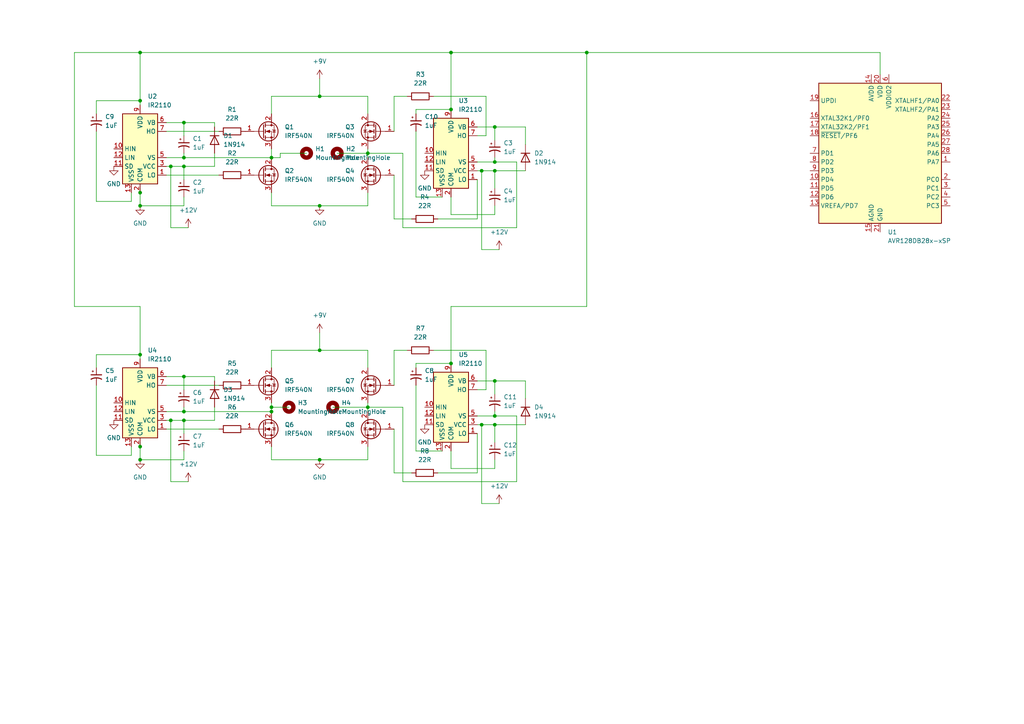
<source format=kicad_sch>
(kicad_sch (version 20231120) (generator "eeschema") (generator_version "8.0")
  (paper "A4")
  (lib_symbols
    (symbol "Device:C_Polarized_Small_US" (pin_numbers hide) (pin_names (offset 0.254) hide)
      (property "Reference" "C" (at 0.254 1.778 0))
      (property "Value" "C_Polarized_Small_US" (at 0.254 -2.032 0))
      (symbol "C_Polarized_Small_US_0_1"
        (polyline (pts (xy -1.524 0.508) (xy 1.524 0.508)) (stroke (width 0.3048)))
        (polyline (pts (xy -1.27 1.524) (xy -0.762 1.524)))
        (polyline (pts (xy -1.016 1.27) (xy -1.016 1.778)))
        (arc (start 1.524 -0.762) (mid 0 -0.3734) (end -1.524 -0.762) (stroke (width 0.3048)))
      )
      (symbol "C_Polarized_Small_US_1_1"
        (pin passive line (at 0 2.54 270) (length 2.032) (name "~") (number "1"))
        (pin passive line (at 0 -2.54 90) (length 2.032) (name "~") (number "2"))
      )
    )
    (symbol "Device:R" (pin_numbers hide) (pin_names (offset 0))
      (property "Reference" "R" (at 2.032 0 90))
      (property "Value" "R" (at 0 0 90))
      (symbol "R_0_1"
        (rectangle (start -1.016 -2.54) (end 1.016 2.54) (stroke (width 0.254)))
      )
      (symbol "R_1_1"
        (pin passive line (at 0 3.81 270) (length 1.27) (name "~") (number "1"))
        (pin passive line (at 0 -3.81 90) (length 1.27) (name "~") (number "2"))
      )
    )
    (symbol "Diode:1N914" (pin_numbers hide) (pin_names hide)
      (property "Reference" "D" (at 0 2.54 0))
      (property "Value" "1N914" (at 0 -2.54 0))
      (symbol "1N914_0_1"
        (polyline (pts (xy -1.27 1.27) (xy -1.27 -1.27)) (stroke (width 0.254)))
        (polyline (pts (xy 1.27 0) (xy -1.27 0)))
        (polyline (pts (xy 1.27 1.27) (xy 1.27 -1.27) (xy -1.27 0) (xy 1.27 1.27)) (stroke (width 0.254)))
      )
      (symbol "1N914_1_1"
        (pin passive line (at -3.81 0 0) (length 2.54) (name "K") (number "1"))
        (pin passive line (at 3.81 0 180) (length 2.54) (name "A") (number "2"))
      )
    )
    (symbol "Driver_FET:IR2110"
      (property "Reference" "U" (at 1.27 13.335 0))
      (property "Value" "IR2110" (at 1.27 11.43 0))
      (symbol "IR2110_0_1"
        (rectangle (start -5.08 -10.16) (end 5.08 10.16) (stroke (width 0.254)) (fill (type background)))
      )
      (symbol "IR2110_1_1"
        (pin output line (at 7.62 -7.62 180) (length 2.54) (name "LO") (number "1"))
        (pin input line (at -7.62 0 0) (length 2.54) (name "HIN") (number "10"))
        (pin input line (at -7.62 -5.08 0) (length 2.54) (name "SD") (number "11"))
        (pin input line (at -7.62 -2.54 0) (length 2.54) (name "LIN") (number "12"))
        (pin power_in line (at -2.54 -12.7 90) (length 2.54) (name "VSS") (number "13"))
        (pin no_connect line (at -5.08 2.54 0) (length 2.54) hide (name "NC") (number "14"))
        (pin power_in line (at 0 -12.7 90) (length 2.54) (name "COM") (number "2"))
        (pin power_in line (at 7.62 -5.08 180) (length 2.54) (name "VCC") (number "3"))
        (pin no_connect line (at -5.08 7.62 0) (length 2.54) hide (name "NC") (number "4"))
        (pin passive line (at 7.62 -2.54 180) (length 2.54) (name "VS") (number "5"))
        (pin passive line (at 7.62 7.62 180) (length 2.54) (name "VB") (number "6"))
        (pin output line (at 7.62 5.08 180) (length 2.54) (name "HO") (number "7"))
        (pin no_connect line (at -5.08 5.08 0) (length 2.54) hide (name "NC") (number "8"))
        (pin power_in line (at 0 12.7 270) (length 2.54) (name "VDD") (number "9"))
      )
    )
    (symbol "MCU_Microchip_AVR_Dx:AVR128DB28x-xSP"
      (property "Reference" "U" (at -17.78 21.59 0))
      (property "Value" "AVR128DB28x-xSP" (at 2.54 -21.59 0))
      (symbol "AVR128DB28x-xSP_0_1"
        (rectangle (start -17.78 20.32) (end 17.78 -20.32) (stroke (width 0.254)) (fill (type background)))
      )
      (symbol "AVR128DB28x-xSP_1_1"
        (pin bidirectional line (at 20.32 -2.54 180) (length 2.54) (name "PA7") (number "1"))
        (pin bidirectional line (at -20.32 -7.62 0) (length 2.54) (name "PD4") (number "10"))
        (pin bidirectional line (at -20.32 -10.16 0) (length 2.54) (name "PD5") (number "11"))
        (pin bidirectional line (at -20.32 -12.7 0) (length 2.54) (name "PD6") (number "12"))
        (pin bidirectional line (at -20.32 -15.24 0) (length 2.54) (name "VREFA/PD7") (number "13"))
        (pin power_in line (at -2.54 22.86 270) (length 2.54) (name "AVDD") (number "14"))
        (pin power_in line (at -2.54 -22.86 90) (length 2.54) (name "AGND") (number "15"))
        (pin bidirectional line (at -20.32 10.16 0) (length 2.54) (name "XTAL32K1/PF0") (number "16"))
        (pin bidirectional line (at -20.32 7.62 0) (length 2.54) (name "XTAL32K2/PF1") (number "17"))
        (pin bidirectional line (at -20.32 5.08 0) (length 2.54) (name "~{RESET}/PF6") (number "18"))
        (pin input line (at -20.32 15.24 0) (length 2.54) (name "UPDI") (number "19"))
        (pin bidirectional line (at 20.32 -7.62 180) (length 2.54) (name "PC0") (number "2"))
        (pin power_in line (at 0 22.86 270) (length 2.54) (name "VDD") (number "20"))
        (pin power_in line (at 0 -22.86 90) (length 2.54) (name "GND") (number "21"))
        (pin bidirectional line (at 20.32 15.24 180) (length 2.54) (name "XTALHF1/PA0") (number "22"))
        (pin bidirectional line (at 20.32 12.7 180) (length 2.54) (name "XTALHF2/PA1") (number "23"))
        (pin bidirectional line (at 20.32 10.16 180) (length 2.54) (name "PA2") (number "24"))
        (pin bidirectional line (at 20.32 7.62 180) (length 2.54) (name "PA3") (number "25"))
        (pin bidirectional line (at 20.32 5.08 180) (length 2.54) (name "PA4") (number "26"))
        (pin bidirectional line (at 20.32 2.54 180) (length 2.54) (name "PA5") (number "27"))
        (pin bidirectional line (at 20.32 0 180) (length 2.54) (name "PA6") (number "28"))
        (pin bidirectional line (at 20.32 -10.16 180) (length 2.54) (name "PC1") (number "3"))
        (pin bidirectional line (at 20.32 -12.7 180) (length 2.54) (name "PC2") (number "4"))
        (pin bidirectional line (at 20.32 -15.24 180) (length 2.54) (name "PC3") (number "5"))
        (pin power_in line (at 2.54 22.86 270) (length 2.54) (name "VDDIO2") (number "6"))
        (pin bidirectional line (at -20.32 0 0) (length 2.54) (name "PD1") (number "7"))
        (pin bidirectional line (at -20.32 -2.54 0) (length 2.54) (name "PD2") (number "8"))
        (pin bidirectional line (at -20.32 -5.08 0) (length 2.54) (name "PD3") (number "9"))
      )
    )
    (symbol "Mechanical:MountingHole" (pin_names (offset 1.016))
      (property "Reference" "H" (at 0 5.08 0))
      (property "Value" "MountingHole" (at 0 3.175 0))
      (symbol "MountingHole_0_1"
        (circle (center 0 0) (radius 1.27) (stroke (width 1.27)))
      )
    )
    (symbol "Transistor_FET:IRF540N" (pin_names hide)
      (property "Reference" "Q" (at 5.08 1.905 0))
      (property "Value" "IRF540N" (at 5.08 0 0))
      (symbol "IRF540N_0_1"
        (polyline (pts (xy 0.254 0) (xy -2.54 0)))
        (polyline (pts (xy 0.254 1.905) (xy 0.254 -1.905)) (stroke (width 0.254)))
        (polyline (pts (xy 0.762 -1.27) (xy 0.762 -2.286)) (stroke (width 0.254)))
        (polyline (pts (xy 0.762 0.508) (xy 0.762 -0.508)) (stroke (width 0.254)))
        (polyline (pts (xy 0.762 2.286) (xy 0.762 1.27)) (stroke (width 0.254)))
        (polyline (pts (xy 2.54 2.54) (xy 2.54 1.778)))
        (polyline (pts (xy 2.54 -2.54) (xy 2.54 0) (xy 0.762 0)))
        (polyline (pts (xy 0.762 -1.778) (xy 3.302 -1.778) (xy 3.302 1.778) (xy 0.762 1.778)))
        (polyline (pts (xy 1.016 0) (xy 2.032 0.381) (xy 2.032 -0.381) (xy 1.016 0)) (fill (type outline)))
        (polyline (pts (xy 2.794 0.508) (xy 2.921 0.381) (xy 3.683 0.381) (xy 3.81 0.254)))
        (polyline (pts (xy 3.302 0.381) (xy 2.921 -0.254) (xy 3.683 -0.254) (xy 3.302 0.381)))
        (circle (center 1.651 0) (radius 2.794) (stroke (width 0.254)))
        (circle (center 2.54 -1.778) (radius 0.254) (fill (type outline)))
        (circle (center 2.54 1.778) (radius 0.254) (fill (type outline)))
      )
      (symbol "IRF540N_1_1"
        (pin input line (at -5.08 0 0) (length 2.54) (name "G") (number "1"))
        (pin passive line (at 2.54 5.08 270) (length 2.54) (name "D") (number "2"))
        (pin passive line (at 2.54 -5.08 90) (length 2.54) (name "S") (number "3"))
      )
    )
    (symbol "power:+12V" (power) (pin_names (offset 0))
      (property "Value" "+12V" (at 0 3.556 0))
      (symbol "+12V_0_1"
        (polyline (pts (xy -0.762 1.27) (xy 0 2.54)))
        (polyline (pts (xy 0 0) (xy 0 2.54)))
        (polyline (pts (xy 0 2.54) (xy 0.762 1.27)))
      )
      (symbol "+12V_1_1"
        (pin power_in line (at 0 0 90) (length 0) hide (name "+12V") (number "1"))
      )
    )
    (symbol "power:+9V" (power) (pin_names (offset 0))
      (property "Value" "+9V" (at 0 3.556 0))
      (symbol "+9V_0_1"
        (polyline (pts (xy -0.762 1.27) (xy 0 2.54)))
        (polyline (pts (xy 0 0) (xy 0 2.54)))
        (polyline (pts (xy 0 2.54) (xy 0.762 1.27)))
      )
      (symbol "+9V_1_1"
        (pin power_in line (at 0 0 90) (length 0) hide (name "+9V") (number "1"))
      )
    )
    (symbol "power:GND" (power) (pin_names (offset 0))
      (property "Value" "GND" (at 0 -3.81 0))
      (symbol "GND_0_1"
        (polyline (pts (xy 0 0) (xy 0 -1.27) (xy 1.27 -1.27) (xy 0 -2.54) (xy -1.27 -1.27) (xy 0 -1.27)))
      )
      (symbol "GND_1_1"
        (pin power_in line (at 0 0 270) (length 0) hide (name "GND") (number "1"))
      )
    )
  )
  (junction (at 170.18 15.24))
  (junction (at 49.53 48.26))
  (junction (at 92.71 27.94))
  (junction (at 143.51 110.49))
  (junction (at 130.81 105.41))
  (junction (at 92.71 101.6))
  (junction (at 139.7 49.53))
  (junction (at 49.53 121.92))
  (junction (at 92.71 133.35))
  (junction (at 40.64 59.69))
  (junction (at 40.64 15.24))
  (junction (at 53.34 35.56))
  (junction (at 40.64 55.88))
  (junction (at 92.71 59.69))
  (junction (at 143.51 120.65))
  (junction (at 40.64 133.35))
  (junction (at 143.51 46.99))
  (junction (at 53.34 109.22))
  (junction (at 40.64 129.54))
  (junction (at 40.64 102.87))
  (junction (at 53.34 45.72))
  (junction (at 139.7 123.19))
  (junction (at 53.34 121.92))
  (junction (at 53.34 119.38))
  (junction (at 143.51 49.53))
  (junction (at 53.34 48.26))
  (junction (at 143.51 123.19))
  (junction (at 40.64 29.21))
  (junction (at 130.81 15.24))
  (junction (at 78.74 119.38))
  (junction (at 78.74 45.72))
  (junction (at 130.81 31.75))
  (junction (at 106.68 118.11))
  (junction (at 106.68 44.45))
  (junction (at 143.51 36.83))
  (junction (at 78.74 118.11))
  (wire (pts (xy 40.64 55.88) (xy 40.64 59.69)))
  (wire (pts (xy 114.3 137.16) (xy 119.38 137.16)))
  (wire (pts (xy 149.86 66.04) (xy 116.84 66.04)))
  (wire (pts (xy 106.68 59.69) (xy 106.68 55.88)))
  (wire (pts (xy 49.53 48.26) (xy 49.53 66.04)))
  (wire (pts (xy 92.71 22.86) (xy 92.71 27.94)))
  (wire (pts (xy 114.3 124.46) (xy 114.3 137.16)))
  (wire (pts (xy 78.74 101.6) (xy 92.71 101.6)))
  (wire (pts (xy 143.51 36.83) (xy 152.4 36.83)))
  (wire (pts (xy 138.43 113.03) (xy 140.97 113.03)))
  (wire (pts (xy 78.74 116.84) (xy 78.74 118.11)))
  (wire (pts (xy 88.9 44.45) (xy 81.28 44.45)))
  (wire (pts (xy 48.26 48.26) (xy 49.53 48.26)))
  (wire (pts (xy 21.59 15.24) (xy 21.59 88.9)))
  (wire (pts (xy 53.34 119.38) (xy 78.74 119.38)))
  (wire (pts (xy 114.3 63.5) (xy 119.38 63.5)))
  (wire (pts (xy 143.51 40.64) (xy 143.51 36.83)))
  (wire (pts (xy 140.97 39.37) (xy 140.97 27.94)))
  (wire (pts (xy 116.84 139.7) (xy 116.84 118.11)))
  (wire (pts (xy 143.51 110.49) (xy 152.4 110.49)))
  (wire (pts (xy 53.34 125.73) (xy 53.34 121.92)))
  (wire (pts (xy 138.43 120.65) (xy 143.51 120.65)))
  (wire (pts (xy 53.34 45.72) (xy 78.74 45.72)))
  (wire (pts (xy 120.65 38.1) (xy 120.65 57.15)))
  (wire (pts (xy 78.74 55.88) (xy 78.74 59.69)))
  (wire (pts (xy 138.43 49.53) (xy 139.7 49.53)))
  (wire (pts (xy 152.4 41.91) (xy 152.4 36.83)))
  (wire (pts (xy 53.34 39.37) (xy 53.34 35.56)))
  (wire (pts (xy 92.71 59.69) (xy 106.68 59.69)))
  (wire (pts (xy 138.43 36.83) (xy 143.51 36.83)))
  (wire (pts (xy 130.81 88.9) (xy 130.81 105.41)))
  (wire (pts (xy 114.3 27.94) (xy 118.11 27.94)))
  (wire (pts (xy 116.84 118.11) (xy 106.68 118.11)))
  (wire (pts (xy 130.81 105.41) (xy 120.65 105.41)))
  (wire (pts (xy 40.64 128.27) (xy 40.64 129.54)))
  (wire (pts (xy 106.68 116.84) (xy 106.68 118.11)))
  (wire (pts (xy 83.82 118.11) (xy 78.74 118.11)))
  (wire (pts (xy 27.94 58.42) (xy 38.1 58.42)))
  (wire (pts (xy 81.28 44.45) (xy 81.28 45.72)))
  (wire (pts (xy 114.3 50.8) (xy 114.3 63.5)))
  (wire (pts (xy 92.71 133.35) (xy 106.68 133.35)))
  (wire (pts (xy 78.74 129.54) (xy 78.74 133.35)))
  (wire (pts (xy 40.64 102.87) (xy 40.64 104.14)))
  (wire (pts (xy 130.81 15.24) (xy 130.81 31.75)))
  (wire (pts (xy 106.68 101.6) (xy 106.68 106.68)))
  (wire (pts (xy 92.71 27.94) (xy 106.68 27.94)))
  (wire (pts (xy 48.26 111.76) (xy 63.5 111.76)))
  (wire (pts (xy 143.51 123.19) (xy 152.4 123.19)))
  (wire (pts (xy 138.43 52.07) (xy 138.43 63.5)))
  (wire (pts (xy 138.43 39.37) (xy 140.97 39.37)))
  (wire (pts (xy 138.43 125.73) (xy 138.43 137.16)))
  (wire (pts (xy 49.53 48.26) (xy 53.34 48.26)))
  (wire (pts (xy 130.81 31.75) (xy 120.65 31.75)))
  (wire (pts (xy 106.68 133.35) (xy 106.68 129.54)))
  (wire (pts (xy 38.1 55.88) (xy 38.1 58.42)))
  (wire (pts (xy 152.4 115.57) (xy 152.4 110.49)))
  (wire (pts (xy 48.26 35.56) (xy 53.34 35.56)))
  (wire (pts (xy 143.51 45.72) (xy 143.51 46.99)))
  (wire (pts (xy 53.34 118.11) (xy 53.34 119.38)))
  (wire (pts (xy 27.94 102.87) (xy 27.94 106.68)))
  (wire (pts (xy 114.3 27.94) (xy 114.3 38.1)))
  (wire (pts (xy 53.34 57.15) (xy 53.34 59.69)))
  (wire (pts (xy 81.28 45.72) (xy 78.74 45.72)))
  (wire (pts (xy 62.23 36.83) (xy 62.23 35.56)))
  (wire (pts (xy 138.43 110.49) (xy 143.51 110.49)))
  (wire (pts (xy 106.68 43.18) (xy 106.68 44.45)))
  (wire (pts (xy 53.34 121.92) (xy 62.23 121.92)))
  (wire (pts (xy 139.7 123.19) (xy 139.7 146.05)))
  (wire (pts (xy 127 63.5) (xy 138.43 63.5)))
  (wire (pts (xy 48.26 109.22) (xy 53.34 109.22)))
  (wire (pts (xy 27.94 111.76) (xy 27.94 132.08)))
  (wire (pts (xy 114.3 101.6) (xy 118.11 101.6)))
  (wire (pts (xy 92.71 96.52) (xy 92.71 101.6)))
  (wire (pts (xy 53.34 109.22) (xy 62.23 109.22)))
  (wire (pts (xy 40.64 15.24) (xy 130.81 15.24)))
  (wire (pts (xy 49.53 121.92) (xy 53.34 121.92)))
  (wire (pts (xy 139.7 72.39) (xy 144.78 72.39)))
  (wire (pts (xy 139.7 123.19) (xy 143.51 123.19)))
  (wire (pts (xy 62.23 110.49) (xy 62.23 109.22)))
  (wire (pts (xy 40.64 88.9) (xy 40.64 102.87)))
  (wire (pts (xy 96.52 118.11) (xy 106.68 118.11)))
  (wire (pts (xy 170.18 15.24) (xy 170.18 88.9)))
  (wire (pts (xy 27.94 132.08) (xy 38.1 132.08)))
  (wire (pts (xy 40.64 59.69) (xy 53.34 59.69)))
  (wire (pts (xy 116.84 44.45) (xy 106.68 44.45)))
  (wire (pts (xy 78.74 27.94) (xy 78.74 33.02)))
  (wire (pts (xy 116.84 66.04) (xy 116.84 44.45)))
  (wire (pts (xy 48.26 45.72) (xy 53.34 45.72)))
  (wire (pts (xy 49.53 66.04) (xy 54.61 66.04)))
  (wire (pts (xy 143.51 59.69) (xy 143.51 62.23)))
  (wire (pts (xy 120.65 105.41) (xy 120.65 106.68)))
  (wire (pts (xy 143.51 46.99) (xy 149.86 46.99)))
  (wire (pts (xy 143.51 120.65) (xy 149.86 120.65)))
  (wire (pts (xy 40.64 29.21) (xy 40.64 30.48)))
  (wire (pts (xy 53.34 44.45) (xy 53.34 45.72)))
  (wire (pts (xy 130.81 135.89) (xy 143.51 135.89)))
  (wire (pts (xy 130.81 15.24) (xy 170.18 15.24)))
  (wire (pts (xy 130.81 57.15) (xy 130.81 62.23)))
  (wire (pts (xy 27.94 29.21) (xy 27.94 33.02)))
  (wire (pts (xy 149.86 120.65) (xy 149.86 139.7)))
  (wire (pts (xy 106.68 118.11) (xy 106.68 119.38)))
  (wire (pts (xy 53.34 35.56) (xy 62.23 35.56)))
  (wire (pts (xy 53.34 48.26) (xy 62.23 48.26)))
  (wire (pts (xy 62.23 44.45) (xy 62.23 48.26)))
  (wire (pts (xy 114.3 101.6) (xy 114.3 111.76)))
  (wire (pts (xy 21.59 88.9) (xy 40.64 88.9)))
  (wire (pts (xy 149.86 139.7) (xy 116.84 139.7)))
  (wire (pts (xy 127 137.16) (xy 138.43 137.16)))
  (wire (pts (xy 27.94 38.1) (xy 27.94 58.42)))
  (wire (pts (xy 40.64 129.54) (xy 40.64 133.35)))
  (wire (pts (xy 53.34 113.03) (xy 53.34 109.22)))
  (wire (pts (xy 48.26 50.8) (xy 63.5 50.8)))
  (wire (pts (xy 49.53 121.92) (xy 49.53 139.7)))
  (wire (pts (xy 255.27 21.59) (xy 255.27 15.24)))
  (wire (pts (xy 97.79 44.45) (xy 106.68 44.45)))
  (wire (pts (xy 40.64 102.87) (xy 27.94 102.87)))
  (wire (pts (xy 138.43 46.99) (xy 143.51 46.99)))
  (wire (pts (xy 120.65 57.15) (xy 128.27 57.15)))
  (wire (pts (xy 140.97 113.03) (xy 140.97 101.6)))
  (wire (pts (xy 170.18 15.24) (xy 255.27 15.24)))
  (wire (pts (xy 53.34 130.81) (xy 53.34 133.35)))
  (wire (pts (xy 143.51 114.3) (xy 143.51 110.49)))
  (wire (pts (xy 40.64 15.24) (xy 40.64 29.21)))
  (wire (pts (xy 170.18 88.9) (xy 130.81 88.9)))
  (wire (pts (xy 125.73 101.6) (xy 140.97 101.6)))
  (wire (pts (xy 125.73 27.94) (xy 140.97 27.94)))
  (wire (pts (xy 120.65 31.75) (xy 120.65 33.02)))
  (wire (pts (xy 40.64 54.61) (xy 40.64 55.88)))
  (wire (pts (xy 53.34 52.07) (xy 53.34 48.26)))
  (wire (pts (xy 106.68 27.94) (xy 106.68 33.02)))
  (wire (pts (xy 120.65 130.81) (xy 128.27 130.81)))
  (wire (pts (xy 78.74 101.6) (xy 78.74 106.68)))
  (wire (pts (xy 78.74 118.11) (xy 78.74 119.38)))
  (wire (pts (xy 143.51 54.61) (xy 143.51 49.53)))
  (wire (pts (xy 40.64 133.35) (xy 53.34 133.35)))
  (wire (pts (xy 48.26 38.1) (xy 63.5 38.1)))
  (wire (pts (xy 139.7 49.53) (xy 143.51 49.53)))
  (wire (pts (xy 48.26 124.46) (xy 63.5 124.46)))
  (wire (pts (xy 139.7 146.05) (xy 144.78 146.05)))
  (wire (pts (xy 138.43 123.19) (xy 139.7 123.19)))
  (wire (pts (xy 78.74 133.35) (xy 92.71 133.35)))
  (wire (pts (xy 139.7 49.53) (xy 139.7 72.39)))
  (wire (pts (xy 62.23 118.11) (xy 62.23 121.92)))
  (wire (pts (xy 78.74 59.69) (xy 92.71 59.69)))
  (wire (pts (xy 106.68 44.45) (xy 106.68 45.72)))
  (wire (pts (xy 143.51 49.53) (xy 152.4 49.53)))
  (wire (pts (xy 49.53 139.7) (xy 54.61 139.7)))
  (wire (pts (xy 40.64 29.21) (xy 27.94 29.21)))
  (wire (pts (xy 48.26 119.38) (xy 53.34 119.38)))
  (wire (pts (xy 149.86 46.99) (xy 149.86 66.04)))
  (wire (pts (xy 21.59 15.24) (xy 40.64 15.24)))
  (wire (pts (xy 143.51 128.27) (xy 143.51 123.19)))
  (wire (pts (xy 143.51 133.35) (xy 143.51 135.89)))
  (wire (pts (xy 143.51 119.38) (xy 143.51 120.65)))
  (wire (pts (xy 130.81 62.23) (xy 143.51 62.23)))
  (wire (pts (xy 38.1 129.54) (xy 38.1 132.08)))
  (wire (pts (xy 120.65 111.76) (xy 120.65 130.81)))
  (wire (pts (xy 92.71 101.6) (xy 106.68 101.6)))
  (wire (pts (xy 78.74 27.94) (xy 92.71 27.94)))
  (wire (pts (xy 130.81 130.81) (xy 130.81 135.89)))
  (wire (pts (xy 78.74 43.18) (xy 78.74 45.72)))
  (wire (pts (xy 48.26 121.92) (xy 49.53 121.92)))
  (symbol (lib_id "Device:R") (at 67.31 50.8 270) (unit 1)
    (property "Reference" "R2" (at 67.31 44.45 90))
    (property "Value" "22R" (at 67.31 46.99 90))
    (property "Footprint" "Resistor_THT:R_Axial_DIN0204_L3.6mm_D1.6mm_P2.54mm_Vertical" (effects (hide yes)))
  )
  (symbol (lib_id "Driver_FET:IR2110") (at 130.81 44.45 0) (unit 1)
    (property "Reference" "U3" (at 133.0041 29.21 0) (effects (justify left)))
    (property "Value" "IR2110" (at 133.0041 31.75 0) (effects (justify left)))
    (property "Footprint" "Package_DIP:DIP-14_W7.62mm" (effects (hide yes)))
    (property "Datasheet" "https://www.infineon.com/dgdl/ir2110.pdf?fileId=5546d462533600a4015355c80333167e" (effects (hide yes)))
  )
  (symbol (lib_id "Device:R") (at 123.19 137.16 270) (unit 1)
    (property "Reference" "R8" (at 123.19 130.81 90))
    (property "Value" "22R" (at 123.19 133.35 90))
    (property "Footprint" "Resistor_THT:R_Axial_DIN0204_L3.6mm_D1.6mm_P2.54mm_Vertical" (effects (hide yes)))
  )
  (symbol (lib_id "power:GND") (at 33.02 121.92 0) (unit 1)
    (property "Reference" "#PWR07" (effects (hide yes)))
    (property "Value" "GND" (at 33.02 127 0))
  )
  (symbol (lib_id "power:+12V") (at 54.61 139.7 0) (unit 1)
    (property "Reference" "#PWR09" (effects (hide yes)))
    (property "Value" "+12V" (at 54.61 134.62 0))
  )
  (symbol (lib_id "Device:C_Polarized_Small_US") (at 120.65 109.22 0) (unit 1)
    (property "Reference" "C8" (at 123.19 107.5182 0) (effects (justify left)))
    (property "Value" "1uF" (at 123.19 110.0582 0) (effects (justify left)))
    (property "Footprint" "Resistor_THT:R_Axial_DIN0204_L3.6mm_D1.6mm_P2.54mm_Vertical" (effects (hide yes)))
  )
  (symbol (lib_id "Diode:1N914") (at 152.4 45.72 270) (unit 1)
    (property "Reference" "D2" (at 154.94 44.45 90) (effects (justify left)))
    (property "Value" "1N914" (at 154.94 46.99 90) (effects (justify left)))
    (property "Footprint" "Diode_THT:D_DO-35_SOD27_P7.62mm_Horizontal" (effects (hide yes)))
    (property "Datasheet" "http://www.vishay.com/docs/85622/1n914.pdf" (effects (hide yes)))
    (property "Sim.Device" "D" (effects (hide yes)))
    (property "Sim.Pins" "1=K 2=A" (effects (hide yes)))
  )
  (symbol (lib_id "power:GND") (at 123.19 123.19 0) (unit 1)
    (property "Reference" "#PWR013" (effects (hide yes)))
    (property "Value" "GND" (at 123.19 128.27 0))
  )
  (symbol (lib_id "Device:C_Polarized_Small_US") (at 143.51 116.84 0) (unit 1)
    (property "Reference" "C11" (at 146.05 115.1382 0) (effects (justify left)))
    (property "Value" "1uF" (at 146.05 117.6782 0) (effects (justify left)))
    (property "Footprint" "Resistor_THT:R_Axial_DIN0204_L3.6mm_D1.6mm_P2.54mm_Vertical" (effects (hide yes)))
  )
  (symbol (lib_id "Mechanical:MountingHole") (at 96.52 118.11 0) (unit 1)
    (property "Reference" "H4" (at 99.06 116.8399 0) (effects (justify left)))
    (property "Value" "MountingHole" (at 99.06 119.3799 0) (effects (justify left)))
    (property "Description" "Mounting Hole without connection" (effects (hide yes)))
  )
  (symbol (lib_id "Transistor_FET:IRF540N") (at 76.2 50.8 0) (unit 1)
    (property "Reference" "Q2" (at 82.55 49.53 0) (effects (justify left)))
    (property "Value" "IRF540N" (at 82.55 52.07 0) (effects (justify left)))
    (property "Footprint" "Package_TO_SOT_THT:TO-220-3_Vertical" (effects (hide yes)))
    (property "Datasheet" "http://www.irf.com/product-info/datasheets/data/irf540n.pdf" (effects (hide yes)))
  )
  (symbol (lib_id "Device:R") (at 121.92 101.6 270) (unit 1)
    (property "Reference" "R7" (at 121.92 95.25 90))
    (property "Value" "22R" (at 121.92 97.79 90))
    (property "Footprint" "Resistor_THT:R_Axial_DIN0204_L3.6mm_D1.6mm_P2.54mm_Vertical" (effects (hide yes)))
  )
  (symbol (lib_id "Device:R") (at 121.92 27.94 270) (unit 1)
    (property "Reference" "R3" (at 121.92 21.59 90))
    (property "Value" "22R" (at 121.92 24.13 90))
    (property "Footprint" "Resistor_THT:R_Axial_DIN0204_L3.6mm_D1.6mm_P2.54mm_Vertical" (effects (hide yes)))
  )
  (symbol (lib_id "power:+12V") (at 144.78 146.05 0) (unit 1)
    (property "Reference" "#PWR014" (effects (hide yes)))
    (property "Value" "+12V" (at 144.78 140.97 0))
  )
  (symbol (lib_id "Transistor_FET:IRF540N") (at 109.22 50.8 0) (mirror y) (unit 1)
    (property "Reference" "Q4" (at 102.87 49.53 0) (effects (justify left)))
    (property "Value" "IRF540N" (at 102.87 52.07 0) (effects (justify left)))
    (property "Footprint" "Package_TO_SOT_THT:TO-220-3_Vertical" (effects (hide yes)))
    (property "Datasheet" "http://www.irf.com/product-info/datasheets/data/irf540n.pdf" (effects (hide yes)))
  )
  (symbol (lib_id "Mechanical:MountingHole") (at 88.9 44.45 0) (unit 1)
    (property "Reference" "H1" (at 91.44 43.1799 0) (effects (justify left)))
    (property "Value" "MountingHole" (at 91.44 45.7199 0) (effects (justify left)))
    (property "Description" "Mounting Hole without connection" (effects (hide yes)))
  )
  (symbol (lib_id "MCU_Microchip_AVR_Dx:AVR128DB28x-xSP") (at 255.27 44.45 0) (unit 1)
    (property "Reference" "U1" (at 257.4641 67.31 0) (effects (justify left)))
    (property "Value" "AVR128DB28x-xSP" (at 257.4641 69.85 0) (effects (justify left)))
    (property "Footprint" "Package_DIP:DIP-28_W7.62mm" (effects (hide yes)))
    (property "Datasheet" "https://ww1.microchip.com/downloads/en/DeviceDoc/AVR128DB28-32-48-64-DataSheet-DS40002247A.pdf" (effects (hide yes)))
  )
  (symbol (lib_id "power:GND") (at 40.64 59.69 0) (unit 1)
    (property "Reference" "#PWR02" (effects (hide yes)))
    (property "Value" "GND" (at 40.64 64.77 0))
  )
  (symbol (lib_id "Driver_FET:IR2110") (at 40.64 43.18 0) (unit 1)
    (property "Reference" "U2" (at 42.8341 27.94 0) (effects (justify left)))
    (property "Value" "IR2110" (at 42.8341 30.48 0) (effects (justify left)))
    (property "Footprint" "Package_DIP:DIP-14_W7.62mm" (effects (hide yes)))
    (property "Datasheet" "https://www.infineon.com/dgdl/ir2110.pdf?fileId=5546d462533600a4015355c80333167e" (effects (hide yes)))
  )
  (symbol (lib_id "Device:R") (at 67.31 124.46 270) (unit 1)
    (property "Reference" "R6" (at 67.31 118.11 90))
    (property "Value" "22R" (at 67.31 120.65 90))
    (property "Footprint" "Resistor_THT:R_Axial_DIN0204_L3.6mm_D1.6mm_P2.54mm_Vertical" (effects (hide yes)))
  )
  (symbol (lib_id "Driver_FET:IR2110") (at 40.64 116.84 0) (unit 1)
    (property "Reference" "U4" (at 42.8341 101.6 0) (effects (justify left)))
    (property "Value" "IR2110" (at 42.8341 104.14 0) (effects (justify left)))
    (property "Footprint" "Package_DIP:DIP-14_W7.62mm" (effects (hide yes)))
    (property "Datasheet" "https://www.infineon.com/dgdl/ir2110.pdf?fileId=5546d462533600a4015355c80333167e" (effects (hide yes)))
  )
  (symbol (lib_id "Device:R") (at 67.31 111.76 270) (unit 1)
    (property "Reference" "R5" (at 67.31 105.41 90))
    (property "Value" "22R" (at 67.31 107.95 90))
    (property "Footprint" "Resistor_THT:R_Axial_DIN0204_L3.6mm_D1.6mm_P2.54mm_Vertical" (effects (hide yes)))
  )
  (symbol (lib_id "Device:C_Polarized_Small_US") (at 143.51 57.15 0) (unit 1)
    (property "Reference" "C4" (at 146.05 55.4482 0) (effects (justify left)))
    (property "Value" "1uF" (at 146.05 57.9882 0) (effects (justify left)))
    (property "Footprint" "Resistor_THT:R_Axial_DIN0204_L3.6mm_D1.6mm_P2.54mm_Vertical" (effects (hide yes)))
  )
  (symbol (lib_id "Mechanical:MountingHole") (at 83.82 118.11 0) (unit 1)
    (property "Reference" "H3" (at 86.36 116.8399 0) (effects (justify left)))
    (property "Value" "MountingHole" (at 86.36 119.3799 0) (effects (justify left)))
    (property "Description" "Mounting Hole without connection" (effects (hide yes)))
  )
  (symbol (lib_id "Transistor_FET:IRF540N") (at 76.2 38.1 0) (unit 1)
    (property "Reference" "Q1" (at 82.55 36.83 0) (effects (justify left)))
    (property "Value" "IRF540N" (at 82.55 39.37 0) (effects (justify left)))
    (property "Footprint" "Package_TO_SOT_THT:TO-220-3_Vertical" (effects (hide yes)))
    (property "Datasheet" "http://www.irf.com/product-info/datasheets/data/irf540n.pdf" (effects (hide yes)))
  )
  (symbol (lib_id "Device:C_Polarized_Small_US") (at 53.34 115.57 0) (unit 1)
    (property "Reference" "C6" (at 55.88 113.8682 0) (effects (justify left)))
    (property "Value" "1uF" (at 55.88 116.4082 0) (effects (justify left)))
    (property "Footprint" "Resistor_THT:R_Axial_DIN0204_L3.6mm_D1.6mm_P2.54mm_Vertical" (effects (hide yes)))
  )
  (symbol (lib_id "Device:C_Polarized_Small_US") (at 143.51 43.18 0) (unit 1)
    (property "Reference" "C3" (at 146.05 41.4782 0) (effects (justify left)))
    (property "Value" "1uF" (at 146.05 44.0182 0) (effects (justify left)))
    (property "Footprint" "Resistor_THT:R_Axial_DIN0204_L3.6mm_D1.6mm_P2.54mm_Vertical" (effects (hide yes)))
  )
  (symbol (lib_id "power:GND") (at 33.02 48.26 0) (unit 1)
    (property "Reference" "#PWR03" (effects (hide yes)))
    (property "Value" "GND" (at 33.02 53.34 0))
  )
  (symbol (lib_id "Transistor_FET:IRF540N") (at 76.2 124.46 0) (unit 1)
    (property "Reference" "Q6" (at 82.55 123.19 0) (effects (justify left)))
    (property "Value" "IRF540N" (at 82.55 125.73 0) (effects (justify left)))
    (property "Footprint" "Package_TO_SOT_THT:TO-220-3_Vertical" (effects (hide yes)))
    (property "Datasheet" "http://www.irf.com/product-info/datasheets/data/irf540n.pdf" (effects (hide yes)))
  )
  (symbol (lib_id "Mechanical:MountingHole") (at 97.79 44.45 0) (unit 1)
    (property "Reference" "H2" (at 100.33 43.1799 0) (effects (justify left)))
    (property "Value" "MountingHole" (at 100.33 45.7199 0) (effects (justify left)))
    (property "Description" "Mounting Hole without connection" (effects (hide yes)))
  )
  (symbol (lib_id "power:GND") (at 92.71 133.35 0) (unit 1)
    (property "Reference" "#PWR012" (effects (hide yes)))
    (property "Value" "GND" (at 92.71 138.43 0))
  )
  (symbol (lib_id "Device:C_Polarized_Small_US") (at 53.34 41.91 0) (unit 1)
    (property "Reference" "C1" (at 55.88 40.2082 0) (effects (justify left)))
    (property "Value" "1uF" (at 55.88 42.7482 0) (effects (justify left)))
    (property "Footprint" "Resistor_THT:R_Axial_DIN0204_L3.6mm_D1.6mm_P2.54mm_Vertical" (effects (hide yes)))
  )
  (symbol (lib_id "Device:C_Polarized_Small_US") (at 27.94 109.22 0) (unit 1)
    (property "Reference" "C5" (at 30.48 107.5182 0) (effects (justify left)))
    (property "Value" "1uF" (at 30.48 110.0582 0) (effects (justify left)))
    (property "Footprint" "Resistor_THT:R_Axial_DIN0204_L3.6mm_D1.6mm_P2.54mm_Vertical" (effects (hide yes)))
  )
  (symbol (lib_id "Device:C_Polarized_Small_US") (at 143.51 130.81 0) (unit 1)
    (property "Reference" "C12" (at 146.05 129.1082 0) (effects (justify left)))
    (property "Value" "1uF" (at 146.05 131.6482 0) (effects (justify left)))
    (property "Footprint" "Resistor_THT:R_Axial_DIN0204_L3.6mm_D1.6mm_P2.54mm_Vertical" (effects (hide yes)))
  )
  (symbol (lib_id "power:GND") (at 92.71 59.69 0) (unit 1)
    (property "Reference" "#PWR04" (effects (hide yes)))
    (property "Value" "GND" (at 92.71 64.77 0))
  )
  (symbol (lib_id "Transistor_FET:IRF540N") (at 109.22 111.76 0) (mirror y) (unit 1)
    (property "Reference" "Q7" (at 102.87 110.49 0) (effects (justify left)))
    (property "Value" "IRF540N" (at 102.87 113.03 0) (effects (justify left)))
    (property "Footprint" "Package_TO_SOT_THT:TO-220-3_Vertical" (effects (hide yes)))
    (property "Datasheet" "http://www.irf.com/product-info/datasheets/data/irf540n.pdf" (effects (hide yes)))
  )
  (symbol (lib_id "Diode:1N914") (at 152.4 119.38 270) (unit 1)
    (property "Reference" "D4" (at 154.94 118.11 90) (effects (justify left)))
    (property "Value" "1N914" (at 154.94 120.65 90) (effects (justify left)))
    (property "Footprint" "Diode_THT:D_DO-35_SOD27_P7.62mm_Horizontal" (effects (hide yes)))
    (property "Datasheet" "http://www.vishay.com/docs/85622/1n914.pdf" (effects (hide yes)))
    (property "Sim.Device" "D" (effects (hide yes)))
    (property "Sim.Pins" "1=K 2=A" (effects (hide yes)))
  )
  (symbol (lib_id "Device:C_Polarized_Small_US") (at 53.34 128.27 0) (unit 1)
    (property "Reference" "C7" (at 55.88 126.5682 0) (effects (justify left)))
    (property "Value" "1uF" (at 55.88 129.1082 0) (effects (justify left)))
    (property "Footprint" "Resistor_THT:R_Axial_DIN0204_L3.6mm_D1.6mm_P2.54mm_Vertical" (effects (hide yes)))
  )
  (symbol (lib_id "Transistor_FET:IRF540N") (at 109.22 124.46 0) (mirror y) (unit 1)
    (property "Reference" "Q8" (at 102.87 123.19 0) (effects (justify left)))
    (property "Value" "IRF540N" (at 102.87 125.73 0) (effects (justify left)))
    (property "Footprint" "Package_TO_SOT_THT:TO-220-3_Vertical" (effects (hide yes)))
    (property "Datasheet" "http://www.irf.com/product-info/datasheets/data/irf540n.pdf" (effects (hide yes)))
  )
  (symbol (lib_id "power:GND") (at 40.64 133.35 0) (unit 1)
    (property "Reference" "#PWR08" (effects (hide yes)))
    (property "Value" "GND" (at 40.64 138.43 0))
  )
  (symbol (lib_id "Device:C_Polarized_Small_US") (at 27.94 35.56 0) (unit 1)
    (property "Reference" "C9" (at 30.48 33.8582 0) (effects (justify left)))
    (property "Value" "1uF" (at 30.48 36.3982 0) (effects (justify left)))
    (property "Footprint" "Resistor_THT:R_Axial_DIN0204_L3.6mm_D1.6mm_P2.54mm_Vertical" (effects (hide yes)))
  )
  (symbol (lib_id "Device:R") (at 67.31 38.1 270) (unit 1)
    (property "Reference" "R1" (at 67.31 31.75 90))
    (property "Value" "22R" (at 67.31 34.29 90))
    (property "Footprint" "Resistor_THT:R_Axial_DIN0204_L3.6mm_D1.6mm_P2.54mm_Vertical" (effects (hide yes)))
  )
  (symbol (lib_id "power:+9V") (at 92.71 96.52 0) (unit 1)
    (property "Reference" "#PWR010" (effects (hide yes)))
    (property "Value" "+9V" (at 92.71 91.44 0))
  )
  (symbol (lib_id "Device:R") (at 123.19 63.5 270) (unit 1)
    (property "Reference" "R4" (at 123.19 57.15 90))
    (property "Value" "22R" (at 123.19 59.69 90))
    (property "Footprint" "Resistor_THT:R_Axial_DIN0204_L3.6mm_D1.6mm_P2.54mm_Vertical" (effects (hide yes)))
  )
  (symbol (lib_id "Diode:1N914") (at 62.23 40.64 270) (unit 1)
    (property "Reference" "D1" (at 64.77 39.37 90) (effects (justify left)))
    (property "Value" "1N914" (at 64.77 41.91 90) (effects (justify left)))
    (property "Footprint" "Diode_THT:D_DO-35_SOD27_P7.62mm_Horizontal" (effects (hide yes)))
    (property "Datasheet" "http://www.vishay.com/docs/85622/1n914.pdf" (effects (hide yes)))
    (property "Sim.Device" "D" (effects (hide yes)))
    (property "Sim.Pins" "1=K 2=A" (effects (hide yes)))
  )
  (symbol (lib_id "Diode:1N914") (at 62.23 114.3 270) (unit 1)
    (property "Reference" "D3" (at 64.77 113.03 90) (effects (justify left)))
    (property "Value" "1N914" (at 64.77 115.57 90) (effects (justify left)))
    (property "Footprint" "Diode_THT:D_DO-35_SOD27_P7.62mm_Horizontal" (effects (hide yes)))
    (property "Datasheet" "http://www.vishay.com/docs/85622/1n914.pdf" (effects (hide yes)))
    (property "Sim.Device" "D" (effects (hide yes)))
    (property "Sim.Pins" "1=K 2=A" (effects (hide yes)))
  )
  (symbol (lib_id "power:GND") (at 123.19 49.53 0) (unit 1)
    (property "Reference" "#PWR05" (effects (hide yes)))
    (property "Value" "GND" (at 123.19 54.61 0))
  )
  (symbol (lib_id "Device:C_Polarized_Small_US") (at 120.65 35.56 0) (unit 1)
    (property "Reference" "C10" (at 123.19 33.8582 0) (effects (justify left)))
    (property "Value" "1uF" (at 123.19 36.3982 0) (effects (justify left)))
    (property "Footprint" "Resistor_THT:R_Axial_DIN0204_L3.6mm_D1.6mm_P2.54mm_Vertical" (effects (hide yes)))
  )
  (symbol (lib_id "power:+12V") (at 144.78 72.39 0) (unit 1)
    (property "Reference" "#PWR06" (effects (hide yes)))
    (property "Value" "+12V" (at 144.78 67.31 0))
  )
  (symbol (lib_id "Device:C_Polarized_Small_US") (at 53.34 54.61 0) (unit 1)
    (property "Reference" "C2" (at 55.88 52.9082 0) (effects (justify left)))
    (property "Value" "1uF" (at 55.88 55.4482 0) (effects (justify left)))
    (property "Footprint" "Resistor_THT:R_Axial_DIN0204_L3.6mm_D1.6mm_P2.54mm_Vertical" (effects (hide yes)))
  )
  (symbol (lib_id "power:+9V") (at 92.71 22.86 0) (unit 1)
    (property "Reference" "#PWR01" (effects (hide yes)))
    (property "Value" "+9V" (at 92.71 17.78 0))
  )
  (symbol (lib_id "power:+12V") (at 54.61 66.04 0) (unit 1)
    (property "Reference" "#PWR011" (effects (hide yes)))
    (property "Value" "+12V" (at 54.61 60.96 0))
  )
  (symbol (lib_id "Transistor_FET:IRF540N") (at 76.2 111.76 0) (unit 1)
    (property "Reference" "Q5" (at 82.55 110.49 0) (effects (justify left)))
    (property "Value" "IRF540N" (at 82.55 113.03 0) (effects (justify left)))
    (property "Footprint" "Package_TO_SOT_THT:TO-220-3_Vertical" (effects (hide yes)))
    (property "Datasheet" "http://www.irf.com/product-info/datasheets/data/irf540n.pdf" (effects (hide yes)))
  )
  (symbol (lib_id "Driver_FET:IR2110") (at 130.81 118.11 0) (unit 1)
    (property "Reference" "U5" (at 133.0041 102.87 0) (effects (justify left)))
    (property "Value" "IR2110" (at 133.0041 105.41 0) (effects (justify left)))
    (property "Footprint" "Package_DIP:DIP-14_W7.62mm" (effects (hide yes)))
    (property "Datasheet" "https://www.infineon.com/dgdl/ir2110.pdf?fileId=5546d462533600a4015355c80333167e" (effects (hide yes)))
  )
  (symbol (lib_id "Transistor_FET:IRF540N") (at 109.22 38.1 0) (mirror y) (unit 1)
    (property "Reference" "Q3" (at 102.87 36.83 0) (effects (justify left)))
    (property "Value" "IRF540N" (at 102.87 39.37 0) (effects (justify left)))
    (property "Footprint" "Package_TO_SOT_THT:TO-220-3_Vertical" (effects (hide yes)))
    (property "Datasheet" "http://www.irf.com/product-info/datasheets/data/irf540n.pdf" (effects (hide yes)))
  )
)
</source>
